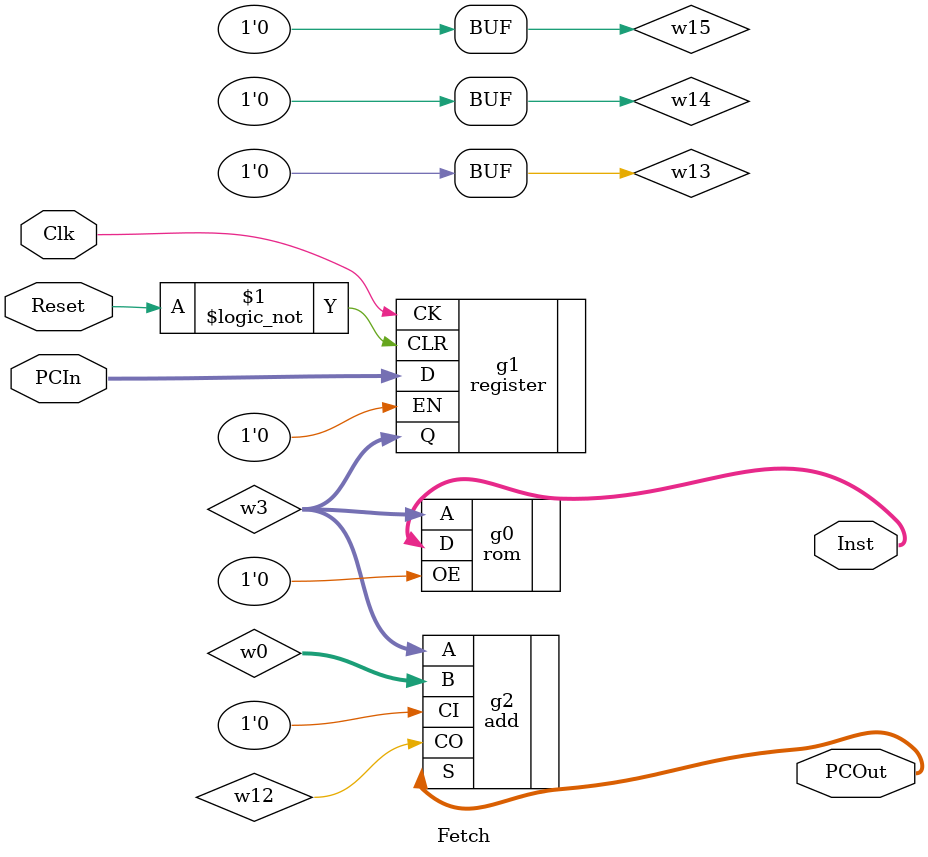
<source format=v>

module Fetch(Inst, Reset, Clk, PCIn, PCOut);
//: interface  /sz:(107, 96) /bd:[ Ti0>PCIn[31:0](76/107) Li0>Clk(65/96) Li1>Reset(22/96) To0<PCOut[31:0](28/107) Ro0<Inst[31:0](49/96) ]
supply0 w13;    //: /sn:0 {0}(348,222)(348,195){1}
output [31:0] PCOut;    //: /sn:0 /dp:1 {0}(429,76)(482,76){1}
input Clk;    //: /sn:0 {0}(188,208)(238,208)(238,185){1}
output [31:0] Inst;    //: /sn:0 {0}(427,168)(365,168){1}
input [31:0] PCIn;    //: /sn:0 {0}(148,147)(227,147){1}
input Reset;    //: /sn:0 {0}(182,91)(233,91)(233,109){1}
supply0 w14;    //: /sn:0 {0}(258,73)(258,99)(243,99)(243,109){1}
supply0 w15;    //: /sn:0 {0}(439,39)(414,39)(414,52){1}
wire [31:0] w0;    //: /sn:0 /dp:1 {0}(352,46)(352,60)(400,60){1}
wire [31:0] w3;    //: /sn:0 /dp:1 {0}(248,147)(301,147){1}
//: {2}(305,147)(326,147)(326,170)(330,170){3}
//: {4}(303,145)(303,92)(400,92){5}
wire w12;    //: /sn:0 {0}(414,100)(414,110){1}
//: enddecls

  //: output g8 (Inst) @(424,168) /sn:0 /w:[ 0 ]
  //: supply0 g4 (w14) @(258,67) /sn:0 /R:2 /w:[ 0 ]
  //: supply0 g3 (w13) @(348,228) /sn:0 /w:[ 0 ]
  add g2 (.A(w3), .B(w0), .S(PCOut), .CI(w15), .CO(w12));   //: @(416,76) /sn:0 /R:1 /w:[ 5 1 0 1 0 ]
  register g1 (.Q(w3), .D(PCIn), .EN(w14), .CLR(!Reset), .CK(Clk));   //: @(238,147) /sn:0 /R:1 /w:[ 0 1 1 1 1 ]
  //: input g10 (Reset) @(180,91) /sn:0 /w:[ 0 ]
  //: joint g6 (w3) @(303, 147) /w:[ 2 4 1 -1 ]
  //: input g9 (Clk) @(186,208) /sn:0 /w:[ 0 ]
  //: dip g7 (w0) @(352,36) /sn:0 /w:[ 0 ] /st:1
  //: input g12 (PCIn) @(146,147) /sn:0 /w:[ 0 ]
  //: supply0 g5 (w15) @(445,39) /sn:0 /R:1 /w:[ 0 ]
  //: output g11 (PCOut) @(479,76) /sn:0 /w:[ 1 ]
  rom g0 (.A(w3), .D(Inst), .OE(w13));   //: @(348,169) /sn:0 /w:[ 3 1 1 ]

endmodule

module main;    //: root_module
wire w13;    //: /sn:0 {0}(145,240)(220,240)(220,139)(230,139){1}
wire w0;    //: /sn:0 {0}(171,96)(230,96){1}
wire [31:0] w1;    //: /sn:0 {0}(440,109)(440,123)(339,123){1}
wire [31:0] PCIn;    //: /sn:0 {0}(307,73)(307,45)(259,45)(259,73){1}
//: enddecls

  clock g3 (.Z(w13));   //: @(132,240) /sn:0 /w:[ 0 ] /omega:2000 /phi:0 /duty:50
  led g1 (.I(w1));   //: @(440,102) /sn:0 /w:[ 0 ] /type:2
  Fetch g12 (.PCIn(PCIn), .Clk(w13), .Reset(w0), .PCOut(PCIn), .Inst(w1));   //: @(231, 74) /sz:(107, 96) /sn:0 /p:[ Ti0>0 Li0>1 Li1>1 To0<1 Ro0<1 ]
  //: switch g0 (w0) @(154,96) /sn:0 /w:[ 0 ] /st:0

endmodule

</source>
